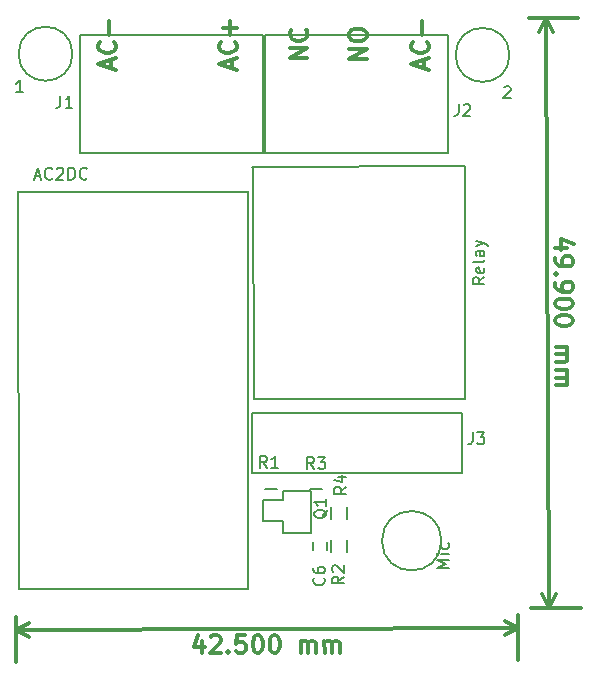
<source format=gbr>
G04 #@! TF.FileFunction,Legend,Top*
%FSLAX46Y46*%
G04 Gerber Fmt 4.6, Leading zero omitted, Abs format (unit mm)*
G04 Created by KiCad (PCBNEW 4.0.3-stable) date 05/03/17 00:29:37*
%MOMM*%
%LPD*%
G01*
G04 APERTURE LIST*
%ADD10C,0.152400*%
%ADD11C,0.300000*%
%ADD12C,0.150000*%
G04 APERTURE END LIST*
D10*
D11*
X126478571Y-54578571D02*
X124978571Y-54578571D01*
X126478571Y-53721428D01*
X124978571Y-53721428D01*
X126335714Y-52149999D02*
X126407143Y-52221428D01*
X126478571Y-52435714D01*
X126478571Y-52578571D01*
X126407143Y-52792856D01*
X126264286Y-52935714D01*
X126121429Y-53007142D01*
X125835714Y-53078571D01*
X125621429Y-53078571D01*
X125335714Y-53007142D01*
X125192857Y-52935714D01*
X125050000Y-52792856D01*
X124978571Y-52578571D01*
X124978571Y-52435714D01*
X125050000Y-52221428D01*
X125121429Y-52149999D01*
X131478571Y-54614286D02*
X129978571Y-54614286D01*
X131478571Y-53757143D01*
X129978571Y-53757143D01*
X129978571Y-52757143D02*
X129978571Y-52471429D01*
X130050000Y-52328571D01*
X130192857Y-52185714D01*
X130478571Y-52114286D01*
X130978571Y-52114286D01*
X131264286Y-52185714D01*
X131407143Y-52328571D01*
X131478571Y-52471429D01*
X131478571Y-52757143D01*
X131407143Y-52900000D01*
X131264286Y-53042857D01*
X130978571Y-53114286D01*
X130478571Y-53114286D01*
X130192857Y-53042857D01*
X130050000Y-52900000D01*
X129978571Y-52757143D01*
X136350000Y-55435714D02*
X136350000Y-54721428D01*
X136778571Y-55578571D02*
X135278571Y-55078571D01*
X136778571Y-54578571D01*
X136635714Y-53221428D02*
X136707143Y-53292857D01*
X136778571Y-53507143D01*
X136778571Y-53650000D01*
X136707143Y-53864285D01*
X136564286Y-54007143D01*
X136421429Y-54078571D01*
X136135714Y-54150000D01*
X135921429Y-54150000D01*
X135635714Y-54078571D01*
X135492857Y-54007143D01*
X135350000Y-53864285D01*
X135278571Y-53650000D01*
X135278571Y-53507143D01*
X135350000Y-53292857D01*
X135421429Y-53221428D01*
X136207143Y-52578571D02*
X136207143Y-51435714D01*
X109850000Y-55435714D02*
X109850000Y-54721428D01*
X110278571Y-55578571D02*
X108778571Y-55078571D01*
X110278571Y-54578571D01*
X110135714Y-53221428D02*
X110207143Y-53292857D01*
X110278571Y-53507143D01*
X110278571Y-53650000D01*
X110207143Y-53864285D01*
X110064286Y-54007143D01*
X109921429Y-54078571D01*
X109635714Y-54150000D01*
X109421429Y-54150000D01*
X109135714Y-54078571D01*
X108992857Y-54007143D01*
X108850000Y-53864285D01*
X108778571Y-53650000D01*
X108778571Y-53507143D01*
X108850000Y-53292857D01*
X108921429Y-53221428D01*
X109707143Y-52578571D02*
X109707143Y-51435714D01*
X120050000Y-55435714D02*
X120050000Y-54721428D01*
X120478571Y-55578571D02*
X118978571Y-55078571D01*
X120478571Y-54578571D01*
X120335714Y-53221428D02*
X120407143Y-53292857D01*
X120478571Y-53507143D01*
X120478571Y-53650000D01*
X120407143Y-53864285D01*
X120264286Y-54007143D01*
X120121429Y-54078571D01*
X119835714Y-54150000D01*
X119621429Y-54150000D01*
X119335714Y-54078571D01*
X119192857Y-54007143D01*
X119050000Y-53864285D01*
X118978571Y-53650000D01*
X118978571Y-53507143D01*
X119050000Y-53292857D01*
X119121429Y-53221428D01*
X119907143Y-52578571D02*
X119907143Y-51435714D01*
X120478571Y-52007143D02*
X119335714Y-52007143D01*
X148448947Y-70637336D02*
X147448955Y-70641344D01*
X149018938Y-70277905D02*
X147946088Y-69925060D01*
X147949809Y-70853624D01*
X147452390Y-71498479D02*
X147453535Y-71784192D01*
X147525535Y-71926761D01*
X147597250Y-71997902D01*
X147812106Y-72139900D01*
X148098105Y-72210183D01*
X148669528Y-72207892D01*
X148812098Y-72135892D01*
X148883240Y-72064178D01*
X148954096Y-71921036D01*
X148952950Y-71635324D01*
X148880949Y-71492753D01*
X148809235Y-71421612D01*
X148666093Y-71350756D01*
X148308952Y-71352188D01*
X148166383Y-71424189D01*
X148095242Y-71495902D01*
X148024386Y-71639046D01*
X148025531Y-71924757D01*
X148097532Y-72067327D01*
X148169246Y-72138469D01*
X148312388Y-72209324D01*
X147600685Y-72855039D02*
X147529543Y-72926752D01*
X147457829Y-72855611D01*
X147528971Y-72783896D01*
X147600685Y-72855039D01*
X147457829Y-72855611D01*
X147460978Y-73641319D02*
X147462124Y-73927031D01*
X147534124Y-74069601D01*
X147605838Y-74140742D01*
X147820694Y-74282740D01*
X148106693Y-74353022D01*
X148678117Y-74350732D01*
X148820686Y-74278732D01*
X148891828Y-74207018D01*
X148962684Y-74063875D01*
X148961539Y-73778164D01*
X148889538Y-73635593D01*
X148817823Y-73564452D01*
X148674681Y-73493596D01*
X148317541Y-73495028D01*
X148174971Y-73567029D01*
X148103830Y-73638742D01*
X148032974Y-73781885D01*
X148034120Y-74067597D01*
X148106121Y-74210167D01*
X148177834Y-74281309D01*
X148320976Y-74352164D01*
X148967551Y-75278151D02*
X148968124Y-75421006D01*
X148897268Y-75564149D01*
X148826126Y-75635863D01*
X148683556Y-75707864D01*
X148398131Y-75780437D01*
X148040990Y-75781868D01*
X147754992Y-75711586D01*
X147611850Y-75640730D01*
X147540136Y-75569588D01*
X147468136Y-75427018D01*
X147467563Y-75284163D01*
X147538418Y-75141020D01*
X147609560Y-75069306D01*
X147752130Y-74997306D01*
X148037555Y-74924732D01*
X148394695Y-74923301D01*
X148680693Y-74993584D01*
X148823835Y-75064439D01*
X148895550Y-75135581D01*
X148967551Y-75278151D01*
X148973277Y-76706710D02*
X148973849Y-76849566D01*
X148902993Y-76992708D01*
X148831851Y-77064423D01*
X148689282Y-77136424D01*
X148403856Y-77208996D01*
X148046716Y-77210428D01*
X147760718Y-77140146D01*
X147617576Y-77069290D01*
X147545861Y-76998148D01*
X147473861Y-76855578D01*
X147473289Y-76712722D01*
X147544144Y-76569580D01*
X147615286Y-76497865D01*
X147757855Y-76425865D01*
X148043281Y-76353292D01*
X148400421Y-76351860D01*
X148686419Y-76422144D01*
X148829561Y-76492998D01*
X148901276Y-76564141D01*
X148973277Y-76706710D01*
X147482450Y-78998418D02*
X148482442Y-78994410D01*
X148339585Y-78994982D02*
X148411300Y-79066123D01*
X148483301Y-79208694D01*
X148484160Y-79422977D01*
X148413304Y-79566119D01*
X148270734Y-79638120D01*
X147485026Y-79641270D01*
X148270734Y-79638120D02*
X148413876Y-79708976D01*
X148485877Y-79851546D01*
X148486736Y-80065829D01*
X148415880Y-80208972D01*
X148273311Y-80280972D01*
X147487603Y-80284121D01*
X147490466Y-80998402D02*
X148490458Y-80994394D01*
X148347601Y-80994966D02*
X148419316Y-81066107D01*
X148491317Y-81208678D01*
X148492175Y-81422961D01*
X148421320Y-81566103D01*
X148278750Y-81638104D01*
X147493042Y-81641254D01*
X148278750Y-81638104D02*
X148421892Y-81708960D01*
X148493893Y-81851530D01*
X148494752Y-82065813D01*
X148423896Y-82208956D01*
X148281327Y-82280956D01*
X147495619Y-82284105D01*
X146699575Y-51193990D02*
X146899575Y-101093990D01*
X145200000Y-51200000D02*
X149399553Y-51183168D01*
X145400000Y-101100000D02*
X149599553Y-101083168D01*
X146899575Y-101093990D02*
X146308644Y-99969846D01*
X146899575Y-101093990D02*
X147481476Y-99965145D01*
X146699575Y-51193990D02*
X146117674Y-52322835D01*
X146699575Y-51193990D02*
X147290506Y-52318134D01*
X117560078Y-103954417D02*
X117564784Y-104954406D01*
X117200250Y-103384676D02*
X116848153Y-104457772D01*
X117776715Y-104453403D01*
X118272675Y-103593917D02*
X118343767Y-103522153D01*
X118486286Y-103450052D01*
X118843425Y-103448372D01*
X118986617Y-103519128D01*
X119058381Y-103590220D01*
X119130481Y-103732739D01*
X119131153Y-103875595D01*
X119060734Y-104090214D01*
X118207634Y-104951380D01*
X119136195Y-104947011D01*
X119778372Y-104801130D02*
X119850136Y-104872222D01*
X119779045Y-104943985D01*
X119707280Y-104872894D01*
X119778372Y-104801130D01*
X119779045Y-104943985D01*
X121200542Y-103437279D02*
X120486264Y-103440641D01*
X120418197Y-104155255D01*
X120489289Y-104083492D01*
X120631808Y-104011391D01*
X120988947Y-104009711D01*
X121132139Y-104080467D01*
X121203903Y-104151558D01*
X121276003Y-104294077D01*
X121277683Y-104651216D01*
X121206929Y-104794407D01*
X121135836Y-104866172D01*
X120993317Y-104938271D01*
X120636178Y-104939952D01*
X120492987Y-104869197D01*
X120421222Y-104798105D01*
X122200530Y-103432574D02*
X122343385Y-103431901D01*
X122486577Y-103502657D01*
X122558341Y-103573749D01*
X122630442Y-103716269D01*
X122703213Y-104001643D01*
X122704894Y-104358782D01*
X122634811Y-104644829D01*
X122564056Y-104788021D01*
X122492963Y-104859785D01*
X122350444Y-104931885D01*
X122207589Y-104932557D01*
X122064397Y-104861802D01*
X121992633Y-104790710D01*
X121920533Y-104648191D01*
X121847761Y-104362816D01*
X121846080Y-104005677D01*
X121916164Y-103719630D01*
X121986919Y-103576438D01*
X122058011Y-103504674D01*
X122200530Y-103432574D01*
X123629085Y-103425851D02*
X123771941Y-103425179D01*
X123915132Y-103495935D01*
X123986896Y-103567027D01*
X124058997Y-103709546D01*
X124131769Y-103994921D01*
X124133449Y-104352060D01*
X124063367Y-104638107D01*
X123992611Y-104781298D01*
X123921519Y-104853063D01*
X123778999Y-104925162D01*
X123636144Y-104925834D01*
X123492952Y-104855079D01*
X123421188Y-104783987D01*
X123349089Y-104641468D01*
X123276316Y-104356093D01*
X123274635Y-103998954D01*
X123344719Y-103712907D01*
X123415474Y-103569716D01*
X123486566Y-103497952D01*
X123629085Y-103425851D01*
X125921833Y-104915078D02*
X125917127Y-103915089D01*
X125917799Y-104057946D02*
X125988890Y-103986181D01*
X126131410Y-103914081D01*
X126345693Y-103913073D01*
X126488885Y-103983828D01*
X126560985Y-104126348D01*
X126564682Y-104912053D01*
X126560985Y-104126348D02*
X126631741Y-103983156D01*
X126774260Y-103911056D01*
X126988543Y-103910047D01*
X127131735Y-103980803D01*
X127203835Y-104123323D01*
X127207532Y-104909028D01*
X127921810Y-104905667D02*
X127917105Y-103905678D01*
X127917777Y-104048534D02*
X127988868Y-103976770D01*
X128131388Y-103904669D01*
X128345671Y-103903661D01*
X128488862Y-103974417D01*
X128560963Y-104116936D01*
X128564660Y-104902641D01*
X128560963Y-104116936D02*
X128631719Y-103973745D01*
X128774238Y-103901644D01*
X128988521Y-103900636D01*
X129131713Y-103971392D01*
X129203813Y-104113911D01*
X129207510Y-104899616D01*
X101805176Y-102999975D02*
X144305176Y-102799975D01*
X101800000Y-101900000D02*
X101817882Y-105699945D01*
X144300000Y-101700000D02*
X144317882Y-105499945D01*
X144305176Y-102799975D02*
X143181444Y-103391690D01*
X144305176Y-102799975D02*
X143175925Y-102218862D01*
X101805176Y-102999975D02*
X102934427Y-103581088D01*
X101805176Y-102999975D02*
X102928908Y-102408260D01*
D12*
X110300000Y-62600000D02*
X107200000Y-62600000D01*
X107200000Y-62600000D02*
X107200000Y-52600000D01*
X107200000Y-52600000D02*
X110300000Y-52600000D01*
X122700000Y-62600000D02*
X110300000Y-62600000D01*
X122700000Y-62600000D02*
X122700000Y-52600000D01*
X122700000Y-52600000D02*
X110300000Y-52600000D01*
X128108000Y-95535000D02*
X128108000Y-96235000D01*
X126908000Y-96235000D02*
X126908000Y-95535000D01*
X135300000Y-52600000D02*
X138400000Y-52600000D01*
X138400000Y-52600000D02*
X138400000Y-62600000D01*
X138400000Y-62600000D02*
X135300000Y-62600000D01*
X122900000Y-52600000D02*
X135300000Y-52600000D01*
X122900000Y-52600000D02*
X122900000Y-62600000D01*
X122900000Y-62600000D02*
X135300000Y-62600000D01*
X139573000Y-89662000D02*
X139573000Y-84582000D01*
X139573000Y-84582000D02*
X121793000Y-84582000D01*
X121793000Y-84582000D02*
X121793000Y-89662000D01*
X121793000Y-89662000D02*
X139573000Y-89662000D01*
X126800000Y-94700000D02*
X126800000Y-91200000D01*
X126800000Y-91200000D02*
X124400000Y-91200000D01*
X124400000Y-91200000D02*
X124400000Y-92000000D01*
X124400000Y-92000000D02*
X122700000Y-92000000D01*
X122700000Y-92000000D02*
X122700000Y-93800000D01*
X122700000Y-93800000D02*
X124400000Y-93800000D01*
X124400000Y-93800000D02*
X124400000Y-94800000D01*
X124400000Y-94800000D02*
X126800000Y-94800000D01*
X126800000Y-94800000D02*
X126800000Y-94700000D01*
X122900000Y-89725000D02*
X123900000Y-89725000D01*
X123900000Y-91075000D02*
X122900000Y-91075000D01*
X129834000Y-95385000D02*
X129834000Y-96385000D01*
X128484000Y-96385000D02*
X128484000Y-95385000D01*
X127700000Y-91075000D02*
X126700000Y-91075000D01*
X126700000Y-89725000D02*
X127700000Y-89725000D01*
X128484000Y-93591000D02*
X128484000Y-92591000D01*
X129834000Y-92591000D02*
X129834000Y-93591000D01*
X121823000Y-63771000D02*
X139843000Y-63691000D01*
X139843000Y-63691000D02*
X139843000Y-83391000D01*
X139843000Y-83391000D02*
X121933000Y-83391000D01*
X121933000Y-83391000D02*
X121853000Y-63801000D01*
X137817936Y-95430000D02*
G75*
G03X137817936Y-95430000I-2517936J0D01*
G01*
X121430000Y-99500000D02*
X102030000Y-99520000D01*
X121460000Y-65870000D02*
X101960000Y-65900000D01*
X101990000Y-65940000D02*
X101990000Y-65820000D01*
X102020000Y-99520000D02*
X101980000Y-65960000D01*
X121430000Y-99480000D02*
X121430000Y-65840000D01*
X106586000Y-54200000D02*
G75*
G03X106586000Y-54200000I-2286000J0D01*
G01*
X143586000Y-54300000D02*
G75*
G03X143586000Y-54300000I-2286000J0D01*
G01*
X105566667Y-57752381D02*
X105566667Y-58466667D01*
X105519047Y-58609524D01*
X105423809Y-58704762D01*
X105280952Y-58752381D01*
X105185714Y-58752381D01*
X106566667Y-58752381D02*
X105995238Y-58752381D01*
X106280952Y-58752381D02*
X106280952Y-57752381D01*
X106185714Y-57895238D01*
X106090476Y-57990476D01*
X105995238Y-58038095D01*
X127857143Y-98566666D02*
X127904762Y-98614285D01*
X127952381Y-98757142D01*
X127952381Y-98852380D01*
X127904762Y-98995238D01*
X127809524Y-99090476D01*
X127714286Y-99138095D01*
X127523810Y-99185714D01*
X127380952Y-99185714D01*
X127190476Y-99138095D01*
X127095238Y-99090476D01*
X127000000Y-98995238D01*
X126952381Y-98852380D01*
X126952381Y-98757142D01*
X127000000Y-98614285D01*
X127047619Y-98566666D01*
X126952381Y-97709523D02*
X126952381Y-97900000D01*
X127000000Y-97995238D01*
X127047619Y-98042857D01*
X127190476Y-98138095D01*
X127380952Y-98185714D01*
X127761905Y-98185714D01*
X127857143Y-98138095D01*
X127904762Y-98090476D01*
X127952381Y-97995238D01*
X127952381Y-97804761D01*
X127904762Y-97709523D01*
X127857143Y-97661904D01*
X127761905Y-97614285D01*
X127523810Y-97614285D01*
X127428571Y-97661904D01*
X127380952Y-97709523D01*
X127333333Y-97804761D01*
X127333333Y-97995238D01*
X127380952Y-98090476D01*
X127428571Y-98138095D01*
X127523810Y-98185714D01*
X139266667Y-58452381D02*
X139266667Y-59166667D01*
X139219047Y-59309524D01*
X139123809Y-59404762D01*
X138980952Y-59452381D01*
X138885714Y-59452381D01*
X139695238Y-58547619D02*
X139742857Y-58500000D01*
X139838095Y-58452381D01*
X140076191Y-58452381D01*
X140171429Y-58500000D01*
X140219048Y-58547619D01*
X140266667Y-58642857D01*
X140266667Y-58738095D01*
X140219048Y-58880952D01*
X139647619Y-59452381D01*
X140266667Y-59452381D01*
X140466667Y-86252381D02*
X140466667Y-86966667D01*
X140419047Y-87109524D01*
X140323809Y-87204762D01*
X140180952Y-87252381D01*
X140085714Y-87252381D01*
X140847619Y-86252381D02*
X141466667Y-86252381D01*
X141133333Y-86633333D01*
X141276191Y-86633333D01*
X141371429Y-86680952D01*
X141419048Y-86728571D01*
X141466667Y-86823810D01*
X141466667Y-87061905D01*
X141419048Y-87157143D01*
X141371429Y-87204762D01*
X141276191Y-87252381D01*
X140990476Y-87252381D01*
X140895238Y-87204762D01*
X140847619Y-87157143D01*
X128147619Y-92795238D02*
X128100000Y-92890476D01*
X128004762Y-92985714D01*
X127861905Y-93128571D01*
X127814286Y-93223810D01*
X127814286Y-93319048D01*
X128052381Y-93271429D02*
X128004762Y-93366667D01*
X127909524Y-93461905D01*
X127719048Y-93509524D01*
X127385714Y-93509524D01*
X127195238Y-93461905D01*
X127100000Y-93366667D01*
X127052381Y-93271429D01*
X127052381Y-93080952D01*
X127100000Y-92985714D01*
X127195238Y-92890476D01*
X127385714Y-92842857D01*
X127719048Y-92842857D01*
X127909524Y-92890476D01*
X128004762Y-92985714D01*
X128052381Y-93080952D01*
X128052381Y-93271429D01*
X128052381Y-91890476D02*
X128052381Y-92461905D01*
X128052381Y-92176191D02*
X127052381Y-92176191D01*
X127195238Y-92271429D01*
X127290476Y-92366667D01*
X127338095Y-92461905D01*
X123033334Y-89252381D02*
X122700000Y-88776190D01*
X122461905Y-89252381D02*
X122461905Y-88252381D01*
X122842858Y-88252381D01*
X122938096Y-88300000D01*
X122985715Y-88347619D01*
X123033334Y-88442857D01*
X123033334Y-88585714D01*
X122985715Y-88680952D01*
X122938096Y-88728571D01*
X122842858Y-88776190D01*
X122461905Y-88776190D01*
X123985715Y-89252381D02*
X123414286Y-89252381D01*
X123700000Y-89252381D02*
X123700000Y-88252381D01*
X123604762Y-88395238D01*
X123509524Y-88490476D01*
X123414286Y-88538095D01*
X129552381Y-98466666D02*
X129076190Y-98800000D01*
X129552381Y-99038095D02*
X128552381Y-99038095D01*
X128552381Y-98657142D01*
X128600000Y-98561904D01*
X128647619Y-98514285D01*
X128742857Y-98466666D01*
X128885714Y-98466666D01*
X128980952Y-98514285D01*
X129028571Y-98561904D01*
X129076190Y-98657142D01*
X129076190Y-99038095D01*
X128647619Y-98085714D02*
X128600000Y-98038095D01*
X128552381Y-97942857D01*
X128552381Y-97704761D01*
X128600000Y-97609523D01*
X128647619Y-97561904D01*
X128742857Y-97514285D01*
X128838095Y-97514285D01*
X128980952Y-97561904D01*
X129552381Y-98133333D01*
X129552381Y-97514285D01*
X127033334Y-89352381D02*
X126700000Y-88876190D01*
X126461905Y-89352381D02*
X126461905Y-88352381D01*
X126842858Y-88352381D01*
X126938096Y-88400000D01*
X126985715Y-88447619D01*
X127033334Y-88542857D01*
X127033334Y-88685714D01*
X126985715Y-88780952D01*
X126938096Y-88828571D01*
X126842858Y-88876190D01*
X126461905Y-88876190D01*
X127366667Y-88352381D02*
X127985715Y-88352381D01*
X127652381Y-88733333D01*
X127795239Y-88733333D01*
X127890477Y-88780952D01*
X127938096Y-88828571D01*
X127985715Y-88923810D01*
X127985715Y-89161905D01*
X127938096Y-89257143D01*
X127890477Y-89304762D01*
X127795239Y-89352381D01*
X127509524Y-89352381D01*
X127414286Y-89304762D01*
X127366667Y-89257143D01*
X129752381Y-90866666D02*
X129276190Y-91200000D01*
X129752381Y-91438095D02*
X128752381Y-91438095D01*
X128752381Y-91057142D01*
X128800000Y-90961904D01*
X128847619Y-90914285D01*
X128942857Y-90866666D01*
X129085714Y-90866666D01*
X129180952Y-90914285D01*
X129228571Y-90961904D01*
X129276190Y-91057142D01*
X129276190Y-91438095D01*
X129085714Y-90009523D02*
X129752381Y-90009523D01*
X128704762Y-90247619D02*
X129419048Y-90485714D01*
X129419048Y-89866666D01*
X141452381Y-73114286D02*
X140976190Y-73447620D01*
X141452381Y-73685715D02*
X140452381Y-73685715D01*
X140452381Y-73304762D01*
X140500000Y-73209524D01*
X140547619Y-73161905D01*
X140642857Y-73114286D01*
X140785714Y-73114286D01*
X140880952Y-73161905D01*
X140928571Y-73209524D01*
X140976190Y-73304762D01*
X140976190Y-73685715D01*
X141404762Y-72304762D02*
X141452381Y-72400000D01*
X141452381Y-72590477D01*
X141404762Y-72685715D01*
X141309524Y-72733334D01*
X140928571Y-72733334D01*
X140833333Y-72685715D01*
X140785714Y-72590477D01*
X140785714Y-72400000D01*
X140833333Y-72304762D01*
X140928571Y-72257143D01*
X141023810Y-72257143D01*
X141119048Y-72733334D01*
X141452381Y-71685715D02*
X141404762Y-71780953D01*
X141309524Y-71828572D01*
X140452381Y-71828572D01*
X141452381Y-70876190D02*
X140928571Y-70876190D01*
X140833333Y-70923809D01*
X140785714Y-71019047D01*
X140785714Y-71209524D01*
X140833333Y-71304762D01*
X141404762Y-70876190D02*
X141452381Y-70971428D01*
X141452381Y-71209524D01*
X141404762Y-71304762D01*
X141309524Y-71352381D01*
X141214286Y-71352381D01*
X141119048Y-71304762D01*
X141071429Y-71209524D01*
X141071429Y-70971428D01*
X141023810Y-70876190D01*
X140785714Y-70495238D02*
X141452381Y-70257143D01*
X140785714Y-70019047D02*
X141452381Y-70257143D01*
X141690476Y-70352381D01*
X141738095Y-70400000D01*
X141785714Y-70495238D01*
X138452381Y-97700000D02*
X137452381Y-97700000D01*
X138166667Y-97366666D01*
X137452381Y-97033333D01*
X138452381Y-97033333D01*
X138452381Y-96557143D02*
X137785714Y-96557143D01*
X137452381Y-96557143D02*
X137500000Y-96604762D01*
X137547619Y-96557143D01*
X137500000Y-96509524D01*
X137452381Y-96557143D01*
X137547619Y-96557143D01*
X138404762Y-95652381D02*
X138452381Y-95747619D01*
X138452381Y-95938096D01*
X138404762Y-96033334D01*
X138357143Y-96080953D01*
X138261905Y-96128572D01*
X137976190Y-96128572D01*
X137880952Y-96080953D01*
X137833333Y-96033334D01*
X137785714Y-95938096D01*
X137785714Y-95747619D01*
X137833333Y-95652381D01*
X103385714Y-64566667D02*
X103861905Y-64566667D01*
X103290476Y-64852381D02*
X103623809Y-63852381D01*
X103957143Y-64852381D01*
X104861905Y-64757143D02*
X104814286Y-64804762D01*
X104671429Y-64852381D01*
X104576191Y-64852381D01*
X104433333Y-64804762D01*
X104338095Y-64709524D01*
X104290476Y-64614286D01*
X104242857Y-64423810D01*
X104242857Y-64280952D01*
X104290476Y-64090476D01*
X104338095Y-63995238D01*
X104433333Y-63900000D01*
X104576191Y-63852381D01*
X104671429Y-63852381D01*
X104814286Y-63900000D01*
X104861905Y-63947619D01*
X105242857Y-63947619D02*
X105290476Y-63900000D01*
X105385714Y-63852381D01*
X105623810Y-63852381D01*
X105719048Y-63900000D01*
X105766667Y-63947619D01*
X105814286Y-64042857D01*
X105814286Y-64138095D01*
X105766667Y-64280952D01*
X105195238Y-64852381D01*
X105814286Y-64852381D01*
X106242857Y-64852381D02*
X106242857Y-63852381D01*
X106480952Y-63852381D01*
X106623810Y-63900000D01*
X106719048Y-63995238D01*
X106766667Y-64090476D01*
X106814286Y-64280952D01*
X106814286Y-64423810D01*
X106766667Y-64614286D01*
X106719048Y-64709524D01*
X106623810Y-64804762D01*
X106480952Y-64852381D01*
X106242857Y-64852381D01*
X107814286Y-64757143D02*
X107766667Y-64804762D01*
X107623810Y-64852381D01*
X107528572Y-64852381D01*
X107385714Y-64804762D01*
X107290476Y-64709524D01*
X107242857Y-64614286D01*
X107195238Y-64423810D01*
X107195238Y-64280952D01*
X107242857Y-64090476D01*
X107290476Y-63995238D01*
X107385714Y-63900000D01*
X107528572Y-63852381D01*
X107623810Y-63852381D01*
X107766667Y-63900000D01*
X107814286Y-63947619D01*
X102385715Y-57452381D02*
X101814286Y-57452381D01*
X102100000Y-57452381D02*
X102100000Y-56452381D01*
X102004762Y-56595238D01*
X101909524Y-56690476D01*
X101814286Y-56738095D01*
X143114286Y-57047619D02*
X143161905Y-57000000D01*
X143257143Y-56952381D01*
X143495239Y-56952381D01*
X143590477Y-57000000D01*
X143638096Y-57047619D01*
X143685715Y-57142857D01*
X143685715Y-57238095D01*
X143638096Y-57380952D01*
X143066667Y-57952381D01*
X143685715Y-57952381D01*
M02*

</source>
